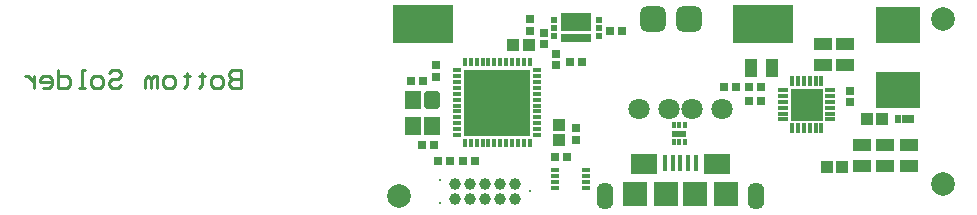
<source format=gbs>
G04 Layer_Color=16711935*
%FSLAX44Y44*%
%MOMM*%
G71*
G01*
G75*
%ADD34C,0.2540*%
%ADD47C,0.8128*%
%ADD86R,0.7032X0.8032*%
%ADD87R,1.0532X1.6032*%
%ADD91R,0.8032X0.7032*%
%ADD92R,0.3516X0.5016*%
%ADD93R,1.3016X0.6016*%
%ADD94R,1.1032X1.0032*%
%ADD95R,1.0032X1.1032*%
%ADD96R,1.6032X1.0532*%
%ADD97C,2.0000*%
%ADD99C,0.2032*%
%ADD100O,1.4032X2.3032*%
%ADD101C,1.8032*%
%ADD102R,0.5000X0.5000*%
%ADD103R,2.6000X1.6000*%
%ADD104R,2.6000X0.6500*%
%ADD105R,2.8016X2.8016*%
%ADD106R,0.9516X0.3816*%
%ADD107R,0.3816X0.9516*%
%ADD108R,0.7016X0.4064*%
%ADD109R,0.4064X0.7016*%
%ADD110R,5.7016X5.7016*%
%ADD111C,0.9902*%
%ADD112R,3.7032X3.1532*%
G04:AMPARAMS|DCode=113|XSize=2.2032mm|YSize=2.2032mm|CornerRadius=0.6016mm|HoleSize=0mm|Usage=FLASHONLY|Rotation=0.000|XOffset=0mm|YOffset=0mm|HoleType=Round|Shape=RoundedRectangle|*
%AMROUNDEDRECTD113*
21,1,2.2032,1.0000,0,0,0.0*
21,1,1.0000,2.2032,0,0,0.0*
1,1,1.2032,0.5000,-0.5000*
1,1,1.2032,-0.5000,-0.5000*
1,1,1.2032,-0.5000,0.5000*
1,1,1.2032,0.5000,0.5000*
%
%ADD113ROUNDEDRECTD113*%
%ADD114R,1.4032X1.6032*%
G04:AMPARAMS|DCode=115|XSize=1.6032mm|YSize=1.4032mm|CornerRadius=0.4016mm|HoleSize=0mm|Usage=FLASHONLY|Rotation=270.000|XOffset=0mm|YOffset=0mm|HoleType=Round|Shape=RoundedRectangle|*
%AMROUNDEDRECTD115*
21,1,1.6032,0.6000,0,0,270.0*
21,1,0.8000,1.4032,0,0,270.0*
1,1,0.8032,-0.3000,-0.4000*
1,1,0.8032,-0.3000,0.4000*
1,1,0.8032,0.3000,0.4000*
1,1,0.8032,0.3000,-0.4000*
%
%ADD115ROUNDEDRECTD115*%
%ADD116R,0.9816X0.7016*%
%ADD117R,0.5716X0.7016*%
%ADD118R,5.2032X3.2032*%
G04:AMPARAMS|DCode=119|XSize=0.7mm|YSize=0.4mm|CornerRadius=0.125mm|HoleSize=0mm|Usage=FLASHONLY|Rotation=180.000|XOffset=0mm|YOffset=0mm|HoleType=Round|Shape=RoundedRectangle|*
%AMROUNDEDRECTD119*
21,1,0.7000,0.1500,0,0,180.0*
21,1,0.4500,0.4000,0,0,180.0*
1,1,0.2500,-0.2250,0.0750*
1,1,0.2500,0.2250,0.0750*
1,1,0.2500,0.2250,-0.0750*
1,1,0.2500,-0.2250,-0.0750*
%
%ADD119ROUNDEDRECTD119*%
%ADD120R,2.3032X1.8032*%
%ADD121R,2.1032X2.1032*%
%ADD122R,0.4508X1.4008*%
D34*
X-119206Y121781D02*
Y106546D01*
X-126823D01*
X-129363Y109085D01*
Y111624D01*
X-126823Y114164D01*
X-119206D01*
X-126823D01*
X-129363Y116703D01*
Y119242D01*
X-126823Y121781D01*
X-119206D01*
X-136980Y106546D02*
X-142058D01*
X-144598Y109085D01*
Y114164D01*
X-142058Y116703D01*
X-136980D01*
X-134441Y114164D01*
Y109085D01*
X-136980Y106546D01*
X-152215Y119242D02*
Y116703D01*
X-149676D01*
X-154754D01*
X-152215D01*
Y109085D01*
X-154754Y106546D01*
X-164911Y119242D02*
Y116703D01*
X-162372D01*
X-167450D01*
X-164911D01*
Y109085D01*
X-167450Y106546D01*
X-177607D02*
X-182685D01*
X-185224Y109085D01*
Y114164D01*
X-182685Y116703D01*
X-177607D01*
X-175068Y114164D01*
Y109085D01*
X-177607Y106546D01*
X-190303D02*
Y116703D01*
X-192842D01*
X-195381Y114164D01*
Y106546D01*
Y114164D01*
X-197920Y116703D01*
X-200460Y114164D01*
Y106546D01*
X-230930Y119242D02*
X-228391Y121781D01*
X-223312D01*
X-220773Y119242D01*
Y116703D01*
X-223312Y114164D01*
X-228391D01*
X-230930Y111624D01*
Y109085D01*
X-228391Y106546D01*
X-223312D01*
X-220773Y109085D01*
X-238547Y106546D02*
X-243626D01*
X-246165Y109085D01*
Y114164D01*
X-243626Y116703D01*
X-238547D01*
X-236008Y114164D01*
Y109085D01*
X-238547Y106546D01*
X-251243D02*
X-256322D01*
X-253782D01*
Y121781D01*
X-251243D01*
X-274096D02*
Y106546D01*
X-266478D01*
X-263939Y109085D01*
Y114164D01*
X-266478Y116703D01*
X-274096D01*
X-286792Y106546D02*
X-281713D01*
X-279174Y109085D01*
Y114164D01*
X-281713Y116703D01*
X-286792D01*
X-289331Y114164D01*
Y111624D01*
X-279174D01*
X-294409Y116703D02*
Y106546D01*
Y111624D01*
X-296948Y114164D01*
X-299488Y116703D01*
X-302027D01*
D47*
X360000Y92000D02*
D03*
Y83000D02*
D03*
X351000Y92000D02*
D03*
X360000Y101000D02*
D03*
X369000Y92000D02*
D03*
Y83000D02*
D03*
X351000D02*
D03*
Y101000D02*
D03*
X369000D02*
D03*
D86*
X169338Y127762D02*
D03*
X159338D02*
D03*
X321000Y95000D02*
D03*
X311000D02*
D03*
X299894Y106934D02*
D03*
X289894D02*
D03*
X311000Y107000D02*
D03*
X321000D02*
D03*
X193374Y154178D02*
D03*
X203374D02*
D03*
X156892Y48006D02*
D03*
X146892D02*
D03*
X47990Y44120D02*
D03*
X57990D02*
D03*
X35130Y112192D02*
D03*
X25130D02*
D03*
X34020Y57582D02*
D03*
X44020D02*
D03*
X78818Y44120D02*
D03*
X68818D02*
D03*
D87*
X313250Y123000D02*
D03*
X330750D02*
D03*
D91*
X137160Y143082D02*
D03*
Y153082D02*
D03*
X125984Y164512D02*
D03*
Y154512D02*
D03*
X148082Y135302D02*
D03*
Y125302D02*
D03*
X164338Y72056D02*
D03*
Y62056D02*
D03*
X46228Y125904D02*
D03*
Y115904D02*
D03*
X396974Y93926D02*
D03*
Y103926D02*
D03*
D92*
X257222Y74560D02*
D03*
X252222D02*
D03*
X247222D02*
D03*
Y60060D02*
D03*
X252222D02*
D03*
X257222D02*
D03*
D93*
X252222Y67310D02*
D03*
D94*
X150622Y62080D02*
D03*
Y75080D02*
D03*
D95*
X377040Y39116D02*
D03*
X390040D02*
D03*
X111610Y142240D02*
D03*
X124610D02*
D03*
X411000Y80000D02*
D03*
X424000D02*
D03*
D96*
X373634Y125870D02*
D03*
Y143370D02*
D03*
X446524Y40250D02*
D03*
Y57750D02*
D03*
X426586Y40206D02*
D03*
Y57706D02*
D03*
X406520Y40206D02*
D03*
Y57706D02*
D03*
X392176Y125870D02*
D03*
Y143370D02*
D03*
D97*
X475000Y25000D02*
D03*
X15000Y15000D02*
D03*
X475000Y165000D02*
D03*
D99*
X125984Y18542D02*
D03*
X49784Y8392D02*
D03*
Y28692D02*
D03*
D100*
X189000Y14500D02*
D03*
X317000D02*
D03*
D101*
X218000Y88000D02*
D03*
X288000D02*
D03*
X243000D02*
D03*
X263000D02*
D03*
D102*
X145952Y163462D02*
D03*
Y156962D02*
D03*
Y150462D02*
D03*
X183952D02*
D03*
Y156962D02*
D03*
Y163462D02*
D03*
D103*
X164952Y161762D02*
D03*
D104*
Y148912D02*
D03*
D105*
X360000Y92000D02*
D03*
D106*
X379750Y79500D02*
D03*
Y84500D02*
D03*
Y89500D02*
D03*
Y94500D02*
D03*
Y99500D02*
D03*
Y104500D02*
D03*
X340250D02*
D03*
Y99500D02*
D03*
Y94500D02*
D03*
Y89500D02*
D03*
Y84500D02*
D03*
Y79500D02*
D03*
D107*
X372500Y111750D02*
D03*
X367500D02*
D03*
X362500D02*
D03*
X357500D02*
D03*
X352500D02*
D03*
X347500D02*
D03*
Y72250D02*
D03*
X352500D02*
D03*
X357500D02*
D03*
X362500D02*
D03*
X367500D02*
D03*
X372500D02*
D03*
D108*
X64042Y66282D02*
D03*
Y71282D02*
D03*
Y76282D02*
D03*
Y81282D02*
D03*
Y86282D02*
D03*
Y91282D02*
D03*
Y96282D02*
D03*
Y101282D02*
D03*
Y106282D02*
D03*
Y111282D02*
D03*
Y116282D02*
D03*
Y121282D02*
D03*
X132042D02*
D03*
Y116282D02*
D03*
Y111282D02*
D03*
Y106282D02*
D03*
Y101282D02*
D03*
Y96282D02*
D03*
Y91282D02*
D03*
Y86282D02*
D03*
Y81282D02*
D03*
Y76282D02*
D03*
Y71282D02*
D03*
Y66282D02*
D03*
D109*
X70542Y127782D02*
D03*
X75542D02*
D03*
X80542D02*
D03*
X85542D02*
D03*
X90542D02*
D03*
X95542D02*
D03*
X100542D02*
D03*
X105542D02*
D03*
X110542D02*
D03*
X115542D02*
D03*
X120542D02*
D03*
X125542D02*
D03*
Y59782D02*
D03*
X120542D02*
D03*
X115542D02*
D03*
X110542D02*
D03*
X105542D02*
D03*
X100542D02*
D03*
X95542D02*
D03*
X90542D02*
D03*
X85542D02*
D03*
X80542D02*
D03*
X75542D02*
D03*
X70542D02*
D03*
D110*
X98042Y93782D02*
D03*
D111*
X113284Y12192D02*
D03*
X100584D02*
D03*
X87884D02*
D03*
X75184D02*
D03*
X62484D02*
D03*
X113284Y24892D02*
D03*
X100584D02*
D03*
X87884D02*
D03*
X75184D02*
D03*
X62484D02*
D03*
D112*
X437388Y159330D02*
D03*
Y104830D02*
D03*
D113*
X230110Y164338D02*
D03*
X260110D02*
D03*
D114*
X42574Y73936D02*
D03*
X26574D02*
D03*
Y95936D02*
D03*
D115*
X42574D02*
D03*
D116*
X445506Y80130D02*
D03*
D117*
X437106D02*
D03*
D118*
X323000Y160000D02*
D03*
X35000D02*
D03*
D119*
X146766Y21456D02*
D03*
Y26456D02*
D03*
Y31456D02*
D03*
Y36456D02*
D03*
X172766Y21456D02*
D03*
Y26456D02*
D03*
Y31456D02*
D03*
Y36456D02*
D03*
D120*
X222000Y41500D02*
D03*
X284000D02*
D03*
D121*
X214500Y16000D02*
D03*
X241000D02*
D03*
X265000D02*
D03*
X291500D02*
D03*
D122*
X246500Y42750D02*
D03*
X253000D02*
D03*
X259500D02*
D03*
X240000D02*
D03*
X266000D02*
D03*
M02*

</source>
